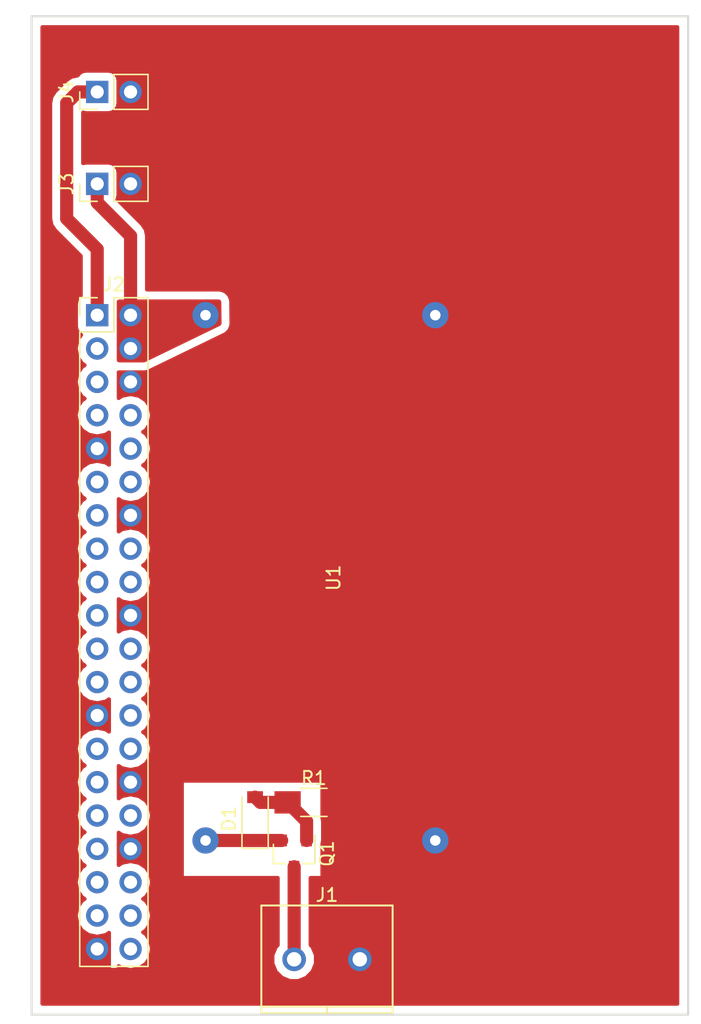
<source format=kicad_pcb>
(kicad_pcb (version 4) (host pcbnew 4.0.7)

  (general
    (links 23)
    (no_connects 1)
    (area 63.8 38 117.000001 116.000001)
    (thickness 1.6)
    (drawings 6)
    (tracks 15)
    (zones 0)
    (modules 8)
    (nets 35)
  )

  (page A)
  (title_block
    (title "Tinker Board Power Supply Shield")
    (company "Perry Leumas")
  )

  (layers
    (0 F.Cu signal)
    (31 B.Cu signal)
    (32 B.Adhes user)
    (33 F.Adhes user)
    (34 B.Paste user)
    (35 F.Paste user)
    (36 B.SilkS user)
    (37 F.SilkS user)
    (38 B.Mask user)
    (39 F.Mask user)
    (40 Dwgs.User user)
    (41 Cmts.User user)
    (42 Eco1.User user)
    (43 Eco2.User user)
    (44 Edge.Cuts user)
    (45 Margin user)
    (46 B.CrtYd user)
    (47 F.CrtYd user)
    (48 B.Fab user)
    (49 F.Fab user)
  )

  (setup
    (last_trace_width 0.25)
    (user_trace_width 0.75)
    (user_trace_width 1)
    (user_trace_width 1.25)
    (user_trace_width 2)
    (user_trace_width 2.5)
    (trace_clearance 0.2)
    (zone_clearance 0.6)
    (zone_45_only yes)
    (trace_min 0.2)
    (segment_width 0.2)
    (edge_width 0.15)
    (via_size 0.6)
    (via_drill 0.4)
    (via_min_size 0.4)
    (via_min_drill 0.3)
    (uvia_size 0.3)
    (uvia_drill 0.1)
    (uvias_allowed no)
    (uvia_min_size 0.2)
    (uvia_min_drill 0.1)
    (pcb_text_width 0.3)
    (pcb_text_size 1.5 1.5)
    (mod_edge_width 0.15)
    (mod_text_size 1 1)
    (mod_text_width 0.15)
    (pad_size 1.524 1.524)
    (pad_drill 0.762)
    (pad_to_mask_clearance 0.2)
    (aux_axis_origin 0 0)
    (visible_elements 7FFFFFFF)
    (pcbplotparams
      (layerselection 0x00030_80000001)
      (usegerberextensions false)
      (excludeedgelayer true)
      (linewidth 0.100000)
      (plotframeref false)
      (viasonmask false)
      (mode 1)
      (useauxorigin false)
      (hpglpennumber 1)
      (hpglpenspeed 20)
      (hpglpendiameter 15)
      (hpglpenoverlay 2)
      (psnegative false)
      (psa4output false)
      (plotreference true)
      (plotvalue true)
      (plotinvisibletext false)
      (padsonsilk false)
      (subtractmaskfromsilk false)
      (outputformat 1)
      (mirror false)
      (drillshape 1)
      (scaleselection 1)
      (outputdirectory images/))
  )

  (net 0 "")
  (net 1 VCC)
  (net 2 "Net-(D1-Pad2)")
  (net 3 "Net-(J1-Pad1)")
  (net 4 GND)
  (net 5 +3V3)
  (net 6 +5V)
  (net 7 "Net-(J2-Pad3)")
  (net 8 "Net-(J2-Pad5)")
  (net 9 "Net-(J2-Pad7)")
  (net 10 "Net-(J2-Pad8)")
  (net 11 "Net-(J2-Pad10)")
  (net 12 "Net-(J2-Pad11)")
  (net 13 "Net-(J2-Pad12)")
  (net 14 "Net-(J2-Pad13)")
  (net 15 "Net-(J2-Pad15)")
  (net 16 "Net-(J2-Pad16)")
  (net 17 "Net-(J2-Pad18)")
  (net 18 "Net-(J2-Pad19)")
  (net 19 "Net-(J2-Pad21)")
  (net 20 "Net-(J2-Pad22)")
  (net 21 "Net-(J2-Pad23)")
  (net 22 "Net-(J2-Pad24)")
  (net 23 "Net-(J2-Pad26)")
  (net 24 "Net-(J2-Pad27)")
  (net 25 "Net-(J2-Pad28)")
  (net 26 "Net-(J2-Pad29)")
  (net 27 "Net-(J2-Pad31)")
  (net 28 "Net-(J2-Pad32)")
  (net 29 "Net-(J2-Pad33)")
  (net 30 "Net-(J2-Pad35)")
  (net 31 "Net-(J2-Pad36)")
  (net 32 "Net-(J2-Pad37)")
  (net 33 "Net-(J2-Pad38)")
  (net 34 "Net-(J2-Pad40)")

  (net_class Default "This is the default net class."
    (clearance 0.2)
    (trace_width 0.25)
    (via_dia 0.6)
    (via_drill 0.4)
    (uvia_dia 0.3)
    (uvia_drill 0.1)
    (add_net +3V3)
    (add_net +5V)
    (add_net GND)
    (add_net "Net-(D1-Pad2)")
    (add_net "Net-(J1-Pad1)")
    (add_net "Net-(J2-Pad10)")
    (add_net "Net-(J2-Pad11)")
    (add_net "Net-(J2-Pad12)")
    (add_net "Net-(J2-Pad13)")
    (add_net "Net-(J2-Pad15)")
    (add_net "Net-(J2-Pad16)")
    (add_net "Net-(J2-Pad18)")
    (add_net "Net-(J2-Pad19)")
    (add_net "Net-(J2-Pad21)")
    (add_net "Net-(J2-Pad22)")
    (add_net "Net-(J2-Pad23)")
    (add_net "Net-(J2-Pad24)")
    (add_net "Net-(J2-Pad26)")
    (add_net "Net-(J2-Pad27)")
    (add_net "Net-(J2-Pad28)")
    (add_net "Net-(J2-Pad29)")
    (add_net "Net-(J2-Pad3)")
    (add_net "Net-(J2-Pad31)")
    (add_net "Net-(J2-Pad32)")
    (add_net "Net-(J2-Pad33)")
    (add_net "Net-(J2-Pad35)")
    (add_net "Net-(J2-Pad36)")
    (add_net "Net-(J2-Pad37)")
    (add_net "Net-(J2-Pad38)")
    (add_net "Net-(J2-Pad40)")
    (add_net "Net-(J2-Pad5)")
    (add_net "Net-(J2-Pad7)")
    (add_net "Net-(J2-Pad8)")
    (add_net VCC)
  )

  (module Diodes_SMD:D_SOD-123 (layer F.Cu) (tedit 58645DC7) (tstamp 5ADEC9E5)
    (at 83.025 100.35 90)
    (descr SOD-123)
    (tags SOD-123)
    (path /5ADE6F30)
    (attr smd)
    (fp_text reference D1 (at 0 -2 90) (layer F.SilkS)
      (effects (font (size 1 1) (thickness 0.15)))
    )
    (fp_text value 15V (at 0 2.1 90) (layer F.Fab)
      (effects (font (size 1 1) (thickness 0.15)))
    )
    (fp_text user %R (at 0 -2 90) (layer F.Fab)
      (effects (font (size 1 1) (thickness 0.15)))
    )
    (fp_line (start -2.25 -1) (end -2.25 1) (layer F.SilkS) (width 0.12))
    (fp_line (start 0.25 0) (end 0.75 0) (layer F.Fab) (width 0.1))
    (fp_line (start 0.25 0.4) (end -0.35 0) (layer F.Fab) (width 0.1))
    (fp_line (start 0.25 -0.4) (end 0.25 0.4) (layer F.Fab) (width 0.1))
    (fp_line (start -0.35 0) (end 0.25 -0.4) (layer F.Fab) (width 0.1))
    (fp_line (start -0.35 0) (end -0.35 0.55) (layer F.Fab) (width 0.1))
    (fp_line (start -0.35 0) (end -0.35 -0.55) (layer F.Fab) (width 0.1))
    (fp_line (start -0.75 0) (end -0.35 0) (layer F.Fab) (width 0.1))
    (fp_line (start -1.4 0.9) (end -1.4 -0.9) (layer F.Fab) (width 0.1))
    (fp_line (start 1.4 0.9) (end -1.4 0.9) (layer F.Fab) (width 0.1))
    (fp_line (start 1.4 -0.9) (end 1.4 0.9) (layer F.Fab) (width 0.1))
    (fp_line (start -1.4 -0.9) (end 1.4 -0.9) (layer F.Fab) (width 0.1))
    (fp_line (start -2.35 -1.15) (end 2.35 -1.15) (layer F.CrtYd) (width 0.05))
    (fp_line (start 2.35 -1.15) (end 2.35 1.15) (layer F.CrtYd) (width 0.05))
    (fp_line (start 2.35 1.15) (end -2.35 1.15) (layer F.CrtYd) (width 0.05))
    (fp_line (start -2.35 -1.15) (end -2.35 1.15) (layer F.CrtYd) (width 0.05))
    (fp_line (start -2.25 1) (end 1.65 1) (layer F.SilkS) (width 0.12))
    (fp_line (start -2.25 -1) (end 1.65 -1) (layer F.SilkS) (width 0.12))
    (pad 1 smd rect (at -1.65 0 90) (size 0.9 1.2) (layers F.Cu F.Paste F.Mask)
      (net 1 VCC))
    (pad 2 smd rect (at 1.65 0 90) (size 0.9 1.2) (layers F.Cu F.Paste F.Mask)
      (net 2 "Net-(D1-Pad2)"))
    (model ${KISYS3DMOD}/Diodes_SMD.3dshapes/D_SOD-123.wrl
      (at (xyz 0 0 0))
      (scale (xyz 1 1 1))
      (rotate (xyz 0 0 0))
    )
  )

  (module TerminalBlock_TE:TerminalBlock_TE_282836-2_1x2_P5.00mm_Horizontal (layer F.Cu) (tedit 5A8EF6BE) (tstamp 5ADEC9EB)
    (at 86 111.05)
    (path /5ADE6B58)
    (fp_text reference J1 (at 2.5 -4.9) (layer F.SilkS)
      (effects (font (size 1 1) (thickness 0.15)))
    )
    (fp_text value PWR (at 2.5 -3.6) (layer F.Fab)
      (effects (font (size 0.5 0.5) (thickness 0.125)))
    )
    (fp_line (start -2.5 3.6) (end -3.1 3.8) (layer F.Fab) (width 0.15))
    (fp_line (start -3.1 3.8) (end -3.1 2.9) (layer F.Fab) (width 0.15))
    (fp_line (start -3.1 2.9) (end -2.5 3.1) (layer F.Fab) (width 0.15))
    (fp_line (start -3.2 4.2) (end 7.6 4.2) (layer F.CrtYd) (width 0.15))
    (fp_line (start -3.2 -4.2) (end 7.6 -4.2) (layer F.CrtYd) (width 0.15))
    (fp_line (start -3.2 4.2) (end -3.2 -4.2) (layer F.CrtYd) (width 0.15))
    (fp_circle (center 5 0) (end 3.5 0) (layer F.Fab) (width 0.15))
    (fp_circle (center 0 0) (end 1.5 0) (layer F.Fab) (width 0.15))
    (fp_line (start -2.5 -4.1) (end 7.5 -4.1) (layer F.Fab) (width 0.15))
    (fp_line (start 7.5 -4.1) (end 7.5 4.1) (layer F.Fab) (width 0.15))
    (fp_line (start 7.5 4.1) (end -2.5 4.1) (layer F.Fab) (width 0.15))
    (fp_line (start -2.5 4.1) (end -2.5 -4.1) (layer F.Fab) (width 0.15))
    (fp_line (start 7.6 -4.2) (end 7.6 4.2) (layer F.CrtYd) (width 0.15))
    (fp_line (start 2.5 4.1) (end 2.5 3.6) (layer F.SilkS) (width 0.15))
    (fp_line (start -2.5 3.6) (end 7.5 3.6) (layer F.SilkS) (width 0.15))
    (fp_line (start -2.5 -4.1) (end 7.5 -4.1) (layer F.SilkS) (width 0.15))
    (fp_line (start 7.5 -4.1) (end 7.5 4.1) (layer F.SilkS) (width 0.15))
    (fp_line (start 7.5 4.1) (end -2.5 4.1) (layer F.SilkS) (width 0.15))
    (fp_line (start -2.5 4.1) (end -2.5 -4.1) (layer F.SilkS) (width 0.15))
    (pad 1 thru_hole circle (at 0 0) (size 1.8 1.8) (drill 1.1) (layers *.Cu *.Mask)
      (net 3 "Net-(J1-Pad1)"))
    (pad 2 thru_hole circle (at 5 0) (size 1.8 1.8) (drill 1.1) (layers *.Cu *.Mask)
      (net 4 GND))
    (model ${KIPRJMOD}/3d_models/C-282836-2.wrl
      (at (xyz 0 0 0))
      (scale (xyz 1 1 1))
      (rotate (xyz 0 0 0))
    )
  )

  (module Pin_Headers:Pin_Header_Straight_2x20_Pitch2.54mm (layer F.Cu) (tedit 59650533) (tstamp 5ADECA17)
    (at 71 62)
    (descr "Through hole straight pin header, 2x20, 2.54mm pitch, double rows")
    (tags "Through hole pin header THT 2x20 2.54mm double row")
    (path /5ADE6815)
    (fp_text reference J2 (at 1.27 -2.33) (layer F.SilkS)
      (effects (font (size 1 1) (thickness 0.15)))
    )
    (fp_text value "Tinker Board" (at 1.27 50.59) (layer F.Fab)
      (effects (font (size 1 1) (thickness 0.15)))
    )
    (fp_line (start 0 -1.27) (end 3.81 -1.27) (layer F.Fab) (width 0.1))
    (fp_line (start 3.81 -1.27) (end 3.81 49.53) (layer F.Fab) (width 0.1))
    (fp_line (start 3.81 49.53) (end -1.27 49.53) (layer F.Fab) (width 0.1))
    (fp_line (start -1.27 49.53) (end -1.27 0) (layer F.Fab) (width 0.1))
    (fp_line (start -1.27 0) (end 0 -1.27) (layer F.Fab) (width 0.1))
    (fp_line (start -1.33 49.59) (end 3.87 49.59) (layer F.SilkS) (width 0.12))
    (fp_line (start -1.33 1.27) (end -1.33 49.59) (layer F.SilkS) (width 0.12))
    (fp_line (start 3.87 -1.33) (end 3.87 49.59) (layer F.SilkS) (width 0.12))
    (fp_line (start -1.33 1.27) (end 1.27 1.27) (layer F.SilkS) (width 0.12))
    (fp_line (start 1.27 1.27) (end 1.27 -1.33) (layer F.SilkS) (width 0.12))
    (fp_line (start 1.27 -1.33) (end 3.87 -1.33) (layer F.SilkS) (width 0.12))
    (fp_line (start -1.33 0) (end -1.33 -1.33) (layer F.SilkS) (width 0.12))
    (fp_line (start -1.33 -1.33) (end 0 -1.33) (layer F.SilkS) (width 0.12))
    (fp_line (start -1.8 -1.8) (end -1.8 50.05) (layer F.CrtYd) (width 0.05))
    (fp_line (start -1.8 50.05) (end 4.35 50.05) (layer F.CrtYd) (width 0.05))
    (fp_line (start 4.35 50.05) (end 4.35 -1.8) (layer F.CrtYd) (width 0.05))
    (fp_line (start 4.35 -1.8) (end -1.8 -1.8) (layer F.CrtYd) (width 0.05))
    (fp_text user %R (at 1.27 24.13 90) (layer F.Fab)
      (effects (font (size 1 1) (thickness 0.15)))
    )
    (pad 1 thru_hole rect (at 0 0) (size 1.7 1.7) (drill 1) (layers *.Cu *.Mask)
      (net 5 +3V3))
    (pad 2 thru_hole oval (at 2.54 0) (size 1.7 1.7) (drill 1) (layers *.Cu *.Mask)
      (net 6 +5V))
    (pad 3 thru_hole oval (at 0 2.54) (size 1.7 1.7) (drill 1) (layers *.Cu *.Mask)
      (net 7 "Net-(J2-Pad3)"))
    (pad 4 thru_hole oval (at 2.54 2.54) (size 1.7 1.7) (drill 1) (layers *.Cu *.Mask)
      (net 6 +5V))
    (pad 5 thru_hole oval (at 0 5.08) (size 1.7 1.7) (drill 1) (layers *.Cu *.Mask)
      (net 8 "Net-(J2-Pad5)"))
    (pad 6 thru_hole oval (at 2.54 5.08) (size 1.7 1.7) (drill 1) (layers *.Cu *.Mask)
      (net 4 GND))
    (pad 7 thru_hole oval (at 0 7.62) (size 1.7 1.7) (drill 1) (layers *.Cu *.Mask)
      (net 9 "Net-(J2-Pad7)"))
    (pad 8 thru_hole oval (at 2.54 7.62) (size 1.7 1.7) (drill 1) (layers *.Cu *.Mask)
      (net 10 "Net-(J2-Pad8)"))
    (pad 9 thru_hole oval (at 0 10.16) (size 1.7 1.7) (drill 1) (layers *.Cu *.Mask)
      (net 4 GND))
    (pad 10 thru_hole oval (at 2.54 10.16) (size 1.7 1.7) (drill 1) (layers *.Cu *.Mask)
      (net 11 "Net-(J2-Pad10)"))
    (pad 11 thru_hole oval (at 0 12.7) (size 1.7 1.7) (drill 1) (layers *.Cu *.Mask)
      (net 12 "Net-(J2-Pad11)"))
    (pad 12 thru_hole oval (at 2.54 12.7) (size 1.7 1.7) (drill 1) (layers *.Cu *.Mask)
      (net 13 "Net-(J2-Pad12)"))
    (pad 13 thru_hole oval (at 0 15.24) (size 1.7 1.7) (drill 1) (layers *.Cu *.Mask)
      (net 14 "Net-(J2-Pad13)"))
    (pad 14 thru_hole oval (at 2.54 15.24) (size 1.7 1.7) (drill 1) (layers *.Cu *.Mask)
      (net 4 GND))
    (pad 15 thru_hole oval (at 0 17.78) (size 1.7 1.7) (drill 1) (layers *.Cu *.Mask)
      (net 15 "Net-(J2-Pad15)"))
    (pad 16 thru_hole oval (at 2.54 17.78) (size 1.7 1.7) (drill 1) (layers *.Cu *.Mask)
      (net 16 "Net-(J2-Pad16)"))
    (pad 17 thru_hole oval (at 0 20.32) (size 1.7 1.7) (drill 1) (layers *.Cu *.Mask)
      (net 5 +3V3))
    (pad 18 thru_hole oval (at 2.54 20.32) (size 1.7 1.7) (drill 1) (layers *.Cu *.Mask)
      (net 17 "Net-(J2-Pad18)"))
    (pad 19 thru_hole oval (at 0 22.86) (size 1.7 1.7) (drill 1) (layers *.Cu *.Mask)
      (net 18 "Net-(J2-Pad19)"))
    (pad 20 thru_hole oval (at 2.54 22.86) (size 1.7 1.7) (drill 1) (layers *.Cu *.Mask)
      (net 4 GND))
    (pad 21 thru_hole oval (at 0 25.4) (size 1.7 1.7) (drill 1) (layers *.Cu *.Mask)
      (net 19 "Net-(J2-Pad21)"))
    (pad 22 thru_hole oval (at 2.54 25.4) (size 1.7 1.7) (drill 1) (layers *.Cu *.Mask)
      (net 20 "Net-(J2-Pad22)"))
    (pad 23 thru_hole oval (at 0 27.94) (size 1.7 1.7) (drill 1) (layers *.Cu *.Mask)
      (net 21 "Net-(J2-Pad23)"))
    (pad 24 thru_hole oval (at 2.54 27.94) (size 1.7 1.7) (drill 1) (layers *.Cu *.Mask)
      (net 22 "Net-(J2-Pad24)"))
    (pad 25 thru_hole oval (at 0 30.48) (size 1.7 1.7) (drill 1) (layers *.Cu *.Mask)
      (net 4 GND))
    (pad 26 thru_hole oval (at 2.54 30.48) (size 1.7 1.7) (drill 1) (layers *.Cu *.Mask)
      (net 23 "Net-(J2-Pad26)"))
    (pad 27 thru_hole oval (at 0 33.02) (size 1.7 1.7) (drill 1) (layers *.Cu *.Mask)
      (net 24 "Net-(J2-Pad27)"))
    (pad 28 thru_hole oval (at 2.54 33.02) (size 1.7 1.7) (drill 1) (layers *.Cu *.Mask)
      (net 25 "Net-(J2-Pad28)"))
    (pad 29 thru_hole oval (at 0 35.56) (size 1.7 1.7) (drill 1) (layers *.Cu *.Mask)
      (net 26 "Net-(J2-Pad29)"))
    (pad 30 thru_hole oval (at 2.54 35.56) (size 1.7 1.7) (drill 1) (layers *.Cu *.Mask)
      (net 4 GND))
    (pad 31 thru_hole oval (at 0 38.1) (size 1.7 1.7) (drill 1) (layers *.Cu *.Mask)
      (net 27 "Net-(J2-Pad31)"))
    (pad 32 thru_hole oval (at 2.54 38.1) (size 1.7 1.7) (drill 1) (layers *.Cu *.Mask)
      (net 28 "Net-(J2-Pad32)"))
    (pad 33 thru_hole oval (at 0 40.64) (size 1.7 1.7) (drill 1) (layers *.Cu *.Mask)
      (net 29 "Net-(J2-Pad33)"))
    (pad 34 thru_hole oval (at 2.54 40.64) (size 1.7 1.7) (drill 1) (layers *.Cu *.Mask)
      (net 4 GND))
    (pad 35 thru_hole oval (at 0 43.18) (size 1.7 1.7) (drill 1) (layers *.Cu *.Mask)
      (net 30 "Net-(J2-Pad35)"))
    (pad 36 thru_hole oval (at 2.54 43.18) (size 1.7 1.7) (drill 1) (layers *.Cu *.Mask)
      (net 31 "Net-(J2-Pad36)"))
    (pad 37 thru_hole oval (at 0 45.72) (size 1.7 1.7) (drill 1) (layers *.Cu *.Mask)
      (net 32 "Net-(J2-Pad37)"))
    (pad 38 thru_hole oval (at 2.54 45.72) (size 1.7 1.7) (drill 1) (layers *.Cu *.Mask)
      (net 33 "Net-(J2-Pad38)"))
    (pad 39 thru_hole oval (at 0 48.26) (size 1.7 1.7) (drill 1) (layers *.Cu *.Mask)
      (net 4 GND))
    (pad 40 thru_hole oval (at 2.54 48.26) (size 1.7 1.7) (drill 1) (layers *.Cu *.Mask)
      (net 34 "Net-(J2-Pad40)"))
    (model ${KISYS3DMOD}/Pin_Headers.3dshapes/Pin_Header_Straight_2x20_Pitch2.54mm.wrl
      (at (xyz 0 0 0))
      (scale (xyz 1 1 1))
      (rotate (xyz 0 0 0))
    )
  )

  (module Pin_Headers:Pin_Header_Straight_1x02_Pitch2.54mm (layer F.Cu) (tedit 59650532) (tstamp 5ADECA1D)
    (at 71 52 90)
    (descr "Through hole straight pin header, 1x02, 2.54mm pitch, single row")
    (tags "Through hole pin header THT 1x02 2.54mm single row")
    (path /5ADE82A9)
    (fp_text reference J3 (at 0 -2.33 90) (layer F.SilkS)
      (effects (font (size 1 1) (thickness 0.15)))
    )
    (fp_text value FAN_H (at 0 4.87 90) (layer F.Fab)
      (effects (font (size 1 1) (thickness 0.15)))
    )
    (fp_line (start -0.635 -1.27) (end 1.27 -1.27) (layer F.Fab) (width 0.1))
    (fp_line (start 1.27 -1.27) (end 1.27 3.81) (layer F.Fab) (width 0.1))
    (fp_line (start 1.27 3.81) (end -1.27 3.81) (layer F.Fab) (width 0.1))
    (fp_line (start -1.27 3.81) (end -1.27 -0.635) (layer F.Fab) (width 0.1))
    (fp_line (start -1.27 -0.635) (end -0.635 -1.27) (layer F.Fab) (width 0.1))
    (fp_line (start -1.33 3.87) (end 1.33 3.87) (layer F.SilkS) (width 0.12))
    (fp_line (start -1.33 1.27) (end -1.33 3.87) (layer F.SilkS) (width 0.12))
    (fp_line (start 1.33 1.27) (end 1.33 3.87) (layer F.SilkS) (width 0.12))
    (fp_line (start -1.33 1.27) (end 1.33 1.27) (layer F.SilkS) (width 0.12))
    (fp_line (start -1.33 0) (end -1.33 -1.33) (layer F.SilkS) (width 0.12))
    (fp_line (start -1.33 -1.33) (end 0 -1.33) (layer F.SilkS) (width 0.12))
    (fp_line (start -1.8 -1.8) (end -1.8 4.35) (layer F.CrtYd) (width 0.05))
    (fp_line (start -1.8 4.35) (end 1.8 4.35) (layer F.CrtYd) (width 0.05))
    (fp_line (start 1.8 4.35) (end 1.8 -1.8) (layer F.CrtYd) (width 0.05))
    (fp_line (start 1.8 -1.8) (end -1.8 -1.8) (layer F.CrtYd) (width 0.05))
    (fp_text user %R (at 0 1.27 180) (layer F.Fab)
      (effects (font (size 1 1) (thickness 0.15)))
    )
    (pad 1 thru_hole rect (at 0 0 90) (size 1.7 1.7) (drill 1) (layers *.Cu *.Mask)
      (net 6 +5V))
    (pad 2 thru_hole oval (at 0 2.54 90) (size 1.7 1.7) (drill 1) (layers *.Cu *.Mask)
      (net 4 GND))
    (model ${KISYS3DMOD}/Pin_Headers.3dshapes/Pin_Header_Straight_1x02_Pitch2.54mm.wrl
      (at (xyz 0 0 0))
      (scale (xyz 1 1 1))
      (rotate (xyz 0 0 0))
    )
  )

  (module Pin_Headers:Pin_Header_Straight_1x02_Pitch2.54mm (layer F.Cu) (tedit 59650532) (tstamp 5ADECA23)
    (at 71 45 90)
    (descr "Through hole straight pin header, 1x02, 2.54mm pitch, single row")
    (tags "Through hole pin header THT 1x02 2.54mm single row")
    (path /5ADE8273)
    (fp_text reference J4 (at 0 -2.33 90) (layer F.SilkS)
      (effects (font (size 1 1) (thickness 0.15)))
    )
    (fp_text value FAN_L (at 0 4.87 90) (layer F.Fab)
      (effects (font (size 1 1) (thickness 0.15)))
    )
    (fp_line (start -0.635 -1.27) (end 1.27 -1.27) (layer F.Fab) (width 0.1))
    (fp_line (start 1.27 -1.27) (end 1.27 3.81) (layer F.Fab) (width 0.1))
    (fp_line (start 1.27 3.81) (end -1.27 3.81) (layer F.Fab) (width 0.1))
    (fp_line (start -1.27 3.81) (end -1.27 -0.635) (layer F.Fab) (width 0.1))
    (fp_line (start -1.27 -0.635) (end -0.635 -1.27) (layer F.Fab) (width 0.1))
    (fp_line (start -1.33 3.87) (end 1.33 3.87) (layer F.SilkS) (width 0.12))
    (fp_line (start -1.33 1.27) (end -1.33 3.87) (layer F.SilkS) (width 0.12))
    (fp_line (start 1.33 1.27) (end 1.33 3.87) (layer F.SilkS) (width 0.12))
    (fp_line (start -1.33 1.27) (end 1.33 1.27) (layer F.SilkS) (width 0.12))
    (fp_line (start -1.33 0) (end -1.33 -1.33) (layer F.SilkS) (width 0.12))
    (fp_line (start -1.33 -1.33) (end 0 -1.33) (layer F.SilkS) (width 0.12))
    (fp_line (start -1.8 -1.8) (end -1.8 4.35) (layer F.CrtYd) (width 0.05))
    (fp_line (start -1.8 4.35) (end 1.8 4.35) (layer F.CrtYd) (width 0.05))
    (fp_line (start 1.8 4.35) (end 1.8 -1.8) (layer F.CrtYd) (width 0.05))
    (fp_line (start 1.8 -1.8) (end -1.8 -1.8) (layer F.CrtYd) (width 0.05))
    (fp_text user %R (at 0 1.27 180) (layer F.Fab)
      (effects (font (size 1 1) (thickness 0.15)))
    )
    (pad 1 thru_hole rect (at 0 0 90) (size 1.7 1.7) (drill 1) (layers *.Cu *.Mask)
      (net 5 +3V3))
    (pad 2 thru_hole oval (at 0 2.54 90) (size 1.7 1.7) (drill 1) (layers *.Cu *.Mask)
      (net 4 GND))
    (model ${KISYS3DMOD}/Pin_Headers.3dshapes/Pin_Header_Straight_1x02_Pitch2.54mm.wrl
      (at (xyz 0 0 0))
      (scale (xyz 1 1 1))
      (rotate (xyz 0 0 0))
    )
  )

  (module TO_SOT_Packages_SMD:SOT-23 (layer F.Cu) (tedit 58CE4E7E) (tstamp 5ADECA38)
    (at 86 103 270)
    (descr "SOT-23, Standard")
    (tags SOT-23)
    (path /5ADE6CF6)
    (attr smd)
    (fp_text reference Q1 (at 0 -2.5 270) (layer F.SilkS)
      (effects (font (size 1 1) (thickness 0.15)))
    )
    (fp_text value DMP3099l-7 (at 0 2.5 270) (layer F.Fab)
      (effects (font (size 1 1) (thickness 0.15)))
    )
    (fp_text user %R (at 0 0 360) (layer F.Fab)
      (effects (font (size 0.5 0.5) (thickness 0.075)))
    )
    (fp_line (start -0.7 -0.95) (end -0.7 1.5) (layer F.Fab) (width 0.1))
    (fp_line (start -0.15 -1.52) (end 0.7 -1.52) (layer F.Fab) (width 0.1))
    (fp_line (start -0.7 -0.95) (end -0.15 -1.52) (layer F.Fab) (width 0.1))
    (fp_line (start 0.7 -1.52) (end 0.7 1.52) (layer F.Fab) (width 0.1))
    (fp_line (start -0.7 1.52) (end 0.7 1.52) (layer F.Fab) (width 0.1))
    (fp_line (start 0.76 1.58) (end 0.76 0.65) (layer F.SilkS) (width 0.12))
    (fp_line (start 0.76 -1.58) (end 0.76 -0.65) (layer F.SilkS) (width 0.12))
    (fp_line (start -1.7 -1.75) (end 1.7 -1.75) (layer F.CrtYd) (width 0.05))
    (fp_line (start 1.7 -1.75) (end 1.7 1.75) (layer F.CrtYd) (width 0.05))
    (fp_line (start 1.7 1.75) (end -1.7 1.75) (layer F.CrtYd) (width 0.05))
    (fp_line (start -1.7 1.75) (end -1.7 -1.75) (layer F.CrtYd) (width 0.05))
    (fp_line (start 0.76 -1.58) (end -1.4 -1.58) (layer F.SilkS) (width 0.12))
    (fp_line (start 0.76 1.58) (end -0.7 1.58) (layer F.SilkS) (width 0.12))
    (pad 1 smd rect (at -1 -0.95 270) (size 0.9 0.8) (layers F.Cu F.Paste F.Mask)
      (net 2 "Net-(D1-Pad2)"))
    (pad 2 smd rect (at -1 0.95 270) (size 0.9 0.8) (layers F.Cu F.Paste F.Mask)
      (net 1 VCC))
    (pad 3 smd rect (at 1 0 270) (size 0.9 0.8) (layers F.Cu F.Paste F.Mask)
      (net 3 "Net-(J1-Pad1)"))
    (model ${KISYS3DMOD}/TO_SOT_Packages_SMD.3dshapes/SOT-23.wrl
      (at (xyz 0 0 0))
      (scale (xyz 1 1 1))
      (rotate (xyz 0 0 0))
    )
  )

  (module Resistors_SMD:R_1206_HandSoldering (layer F.Cu) (tedit 58E0A804) (tstamp 5ADECA3E)
    (at 87.5 99.1)
    (descr "Resistor SMD 1206, hand soldering")
    (tags "resistor 1206")
    (path /5ADE6F0B)
    (attr smd)
    (fp_text reference R1 (at 0 -1.85) (layer F.SilkS)
      (effects (font (size 1 1) (thickness 0.15)))
    )
    (fp_text value 100k (at 0 1.9) (layer F.Fab)
      (effects (font (size 1 1) (thickness 0.15)))
    )
    (fp_text user %R (at 0 0) (layer F.Fab)
      (effects (font (size 0.7 0.7) (thickness 0.105)))
    )
    (fp_line (start -1.6 0.8) (end -1.6 -0.8) (layer F.Fab) (width 0.1))
    (fp_line (start 1.6 0.8) (end -1.6 0.8) (layer F.Fab) (width 0.1))
    (fp_line (start 1.6 -0.8) (end 1.6 0.8) (layer F.Fab) (width 0.1))
    (fp_line (start -1.6 -0.8) (end 1.6 -0.8) (layer F.Fab) (width 0.1))
    (fp_line (start 1 1.07) (end -1 1.07) (layer F.SilkS) (width 0.12))
    (fp_line (start -1 -1.07) (end 1 -1.07) (layer F.SilkS) (width 0.12))
    (fp_line (start -3.25 -1.11) (end 3.25 -1.11) (layer F.CrtYd) (width 0.05))
    (fp_line (start -3.25 -1.11) (end -3.25 1.1) (layer F.CrtYd) (width 0.05))
    (fp_line (start 3.25 1.1) (end 3.25 -1.11) (layer F.CrtYd) (width 0.05))
    (fp_line (start 3.25 1.1) (end -3.25 1.1) (layer F.CrtYd) (width 0.05))
    (pad 1 smd rect (at -2 0) (size 2 1.7) (layers F.Cu F.Paste F.Mask)
      (net 2 "Net-(D1-Pad2)"))
    (pad 2 smd rect (at 2 0) (size 2 1.7) (layers F.Cu F.Paste F.Mask)
      (net 4 GND))
    (model ${KISYS3DMOD}/Resistors_SMD.3dshapes/R_1206.wrl
      (at (xyz 0 0 0))
      (scale (xyz 1 1 1))
      (rotate (xyz 0 0 0))
    )
  )

  (module LM2596_DCDC_Module:LM2596_DCDC_Module (layer F.Cu) (tedit 5ADE8B0D) (tstamp 5ADECA4A)
    (at 88 82 90)
    (path /5ADE7988)
    (fp_text reference U1 (at 0 1 90) (layer F.SilkS)
      (effects (font (size 1 1) (thickness 0.15)))
    )
    (fp_text value LM2596_DCDC_Module (at 0 -1 90) (layer F.Fab)
      (effects (font (size 1 1) (thickness 0.15)))
    )
    (fp_line (start -21.75 10.65) (end -21.75 -10.65) (layer F.CrtYd) (width 0.15))
    (fp_line (start -21.75 -10.65) (end 21.75 -10.65) (layer F.CrtYd) (width 0.15))
    (fp_line (start 21.75 -10.65) (end 21.75 10.65) (layer F.CrtYd) (width 0.15))
    (fp_line (start 21.75 10.65) (end -21.75 10.65) (layer F.CrtYd) (width 0.15))
    (pad 1 thru_hole circle (at -20 -8.75 90) (size 2 2) (drill 0.8) (layers *.Cu *.Mask)
      (net 1 VCC))
    (pad 2 thru_hole circle (at -20 8.75 90) (size 2 2) (drill 0.8) (layers *.Cu *.Mask)
      (net 4 GND))
    (pad 3 thru_hole circle (at 20 8.75 90) (size 2 2) (drill 0.8) (layers *.Cu *.Mask)
      (net 4 GND))
    (pad 4 thru_hole circle (at 20 -8.75 90) (size 2 2) (drill 0.8) (layers *.Cu *.Mask)
      (net 6 +5V))
  )

  (gr_line (start 116.01 115.26) (end 66 115.26) (angle 90) (layer Edge.Cuts) (width 0.15))
  (gr_line (start 116.01 39.24) (end 116.01 115.26) (angle 90) (layer Edge.Cuts) (width 0.15))
  (gr_line (start 66 39.24) (end 116.01 39.24) (angle 90) (layer Edge.Cuts) (width 0.15))
  (gr_line (start 66 115.26) (end 66 39.24) (angle 90) (layer Edge.Cuts) (width 0.15))
  (gr_text "MAX BOARD EDGE" (at 65 85 90) (layer Dwgs.User)
    (effects (font (size 1.5 1.5) (thickness 0.3)))
  )
  (gr_line (start 66 62) (end 66 110) (angle 90) (layer Dwgs.User) (width 0.2))

  (segment (start 83.025 102) (end 79.25 102) (width 1) (layer F.Cu) (net 1) (status 30))
  (segment (start 85.05 102) (end 83.025 102) (width 1) (layer F.Cu) (net 1) (status 30))
  (segment (start 85.5 99.1) (end 83.425 99.1) (width 1) (layer F.Cu) (net 2) (status 30))
  (segment (start 83.425 99.1) (end 83.025 98.7) (width 1) (layer F.Cu) (net 2) (tstamp 5ADECCFE) (status 30))
  (segment (start 86.95 102) (end 86.95 100.55) (width 1) (layer F.Cu) (net 2) (status 10))
  (segment (start 86.95 100.55) (end 85.5 99.1) (width 1) (layer F.Cu) (net 2) (tstamp 5ADECCFB) (status 20))
  (segment (start 86 111.05) (end 86 104) (width 1) (layer F.Cu) (net 3) (status 30))
  (segment (start 71 62) (end 71 56.975) (width 1) (layer F.Cu) (net 5) (status 10))
  (segment (start 69.525 45) (end 71 45) (width 1) (layer F.Cu) (net 5) (tstamp 5ADECD27) (status 20))
  (segment (start 68.675 45.85) (end 69.525 45) (width 1) (layer F.Cu) (net 5) (tstamp 5ADECD26))
  (segment (start 68.675 54.65) (end 68.675 45.85) (width 1) (layer F.Cu) (net 5) (tstamp 5ADECD25))
  (segment (start 71 56.975) (end 68.675 54.65) (width 1) (layer F.Cu) (net 5) (tstamp 5ADECD24))
  (segment (start 71 52) (end 71 53.425) (width 1) (layer F.Cu) (net 6) (status 10))
  (segment (start 71 53.425) (end 73.54 55.965) (width 1) (layer F.Cu) (net 6) (tstamp 5ADECD37))
  (segment (start 73.54 62) (end 73.54 55.965) (width 1) (layer F.Cu) (net 6) (status 10))

  (zone (net 6) (net_name +5V) (layer F.Cu) (tstamp 5ADECD01) (hatch edge 0.508)
    (priority 1)
    (connect_pads yes (clearance 0.508))
    (min_thickness 0.254)
    (fill yes (arc_segments 16) (thermal_gap 0.508) (thermal_bridge_width 0.508) (smoothing fillet) (radius 0.2))
    (polygon
      (pts
        (xy 80.45 60.8) (xy 72.475 60.8) (xy 72.475 65.6) (xy 74.6 65.6) (xy 80.475 62.75)
      )
    )
    (filled_polygon
      (pts
        (xy 80.279338 60.934731) (xy 80.302116 60.949792) (xy 80.317467 60.972374) (xy 80.3257 61.011466) (xy 80.346227 62.612563)
        (xy 80.339447 62.65072) (xy 80.325516 62.673282) (xy 80.294438 62.696436) (xy 74.592369 65.462547) (xy 74.570211 65.470354)
        (xy 74.546876 65.473) (xy 72.687509 65.473) (xy 72.648016 65.465144) (xy 72.625141 65.449859) (xy 72.612 65.430193)
        (xy 72.612 60.969807) (xy 72.625141 60.950141) (xy 72.648016 60.934856) (xy 72.687509 60.927) (xy 80.240143 60.927)
      )
    )
  )
  (zone (net 4) (net_name GND) (layer F.Cu) (tstamp 5ADECD44) (hatch edge 0.508)
    (connect_pads yes (clearance 0.6))
    (min_thickness 0.3)
    (fill yes (arc_segments 16) (thermal_gap 0.508) (thermal_bridge_width 0.508))
    (polygon
      (pts
        (xy 117 116) (xy 65 116) (xy 65 38) (xy 117 38)
      )
    )
    (filled_polygon
      (pts
        (xy 115.185 114.435) (xy 66.825 114.435) (xy 66.825 45.85) (xy 67.425 45.85) (xy 67.425 54.65)
        (xy 67.510755 55.081116) (xy 67.520151 55.128354) (xy 67.791117 55.533883) (xy 69.75 57.492767) (xy 69.75 60.516152)
        (xy 69.616802 60.601862) (xy 69.445554 60.852492) (xy 69.385307 61.15) (xy 69.385307 62.85) (xy 69.437604 63.127933)
        (xy 69.601862 63.383198) (xy 69.775158 63.501606) (xy 69.490447 63.927707) (xy 69.368654 64.54) (xy 69.490447 65.152293)
        (xy 69.837283 65.671371) (xy 70.044756 65.81) (xy 69.837283 65.948629) (xy 69.490447 66.467707) (xy 69.368654 67.08)
        (xy 69.490447 67.692293) (xy 69.837283 68.211371) (xy 70.044756 68.35) (xy 69.837283 68.488629) (xy 69.490447 69.007707)
        (xy 69.368654 69.62) (xy 69.490447 70.232293) (xy 69.837283 70.751371) (xy 70.356361 71.098207) (xy 70.968654 71.22)
        (xy 71.031346 71.22) (xy 71.643639 71.098207) (xy 71.9 70.926912) (xy 71.9 73.393088) (xy 71.643639 73.221793)
        (xy 71.031346 73.1) (xy 70.968654 73.1) (xy 70.356361 73.221793) (xy 69.837283 73.568629) (xy 69.490447 74.087707)
        (xy 69.368654 74.7) (xy 69.490447 75.312293) (xy 69.837283 75.831371) (xy 70.044756 75.97) (xy 69.837283 76.108629)
        (xy 69.490447 76.627707) (xy 69.368654 77.24) (xy 69.490447 77.852293) (xy 69.837283 78.371371) (xy 70.044756 78.51)
        (xy 69.837283 78.648629) (xy 69.490447 79.167707) (xy 69.368654 79.78) (xy 69.490447 80.392293) (xy 69.837283 80.911371)
        (xy 70.044756 81.05) (xy 69.837283 81.188629) (xy 69.490447 81.707707) (xy 69.368654 82.32) (xy 69.490447 82.932293)
        (xy 69.837283 83.451371) (xy 70.044756 83.59) (xy 69.837283 83.728629) (xy 69.490447 84.247707) (xy 69.368654 84.86)
        (xy 69.490447 85.472293) (xy 69.837283 85.991371) (xy 70.044756 86.13) (xy 69.837283 86.268629) (xy 69.490447 86.787707)
        (xy 69.368654 87.4) (xy 69.490447 88.012293) (xy 69.837283 88.531371) (xy 70.044756 88.67) (xy 69.837283 88.808629)
        (xy 69.490447 89.327707) (xy 69.368654 89.94) (xy 69.490447 90.552293) (xy 69.837283 91.071371) (xy 70.356361 91.418207)
        (xy 70.968654 91.54) (xy 71.031346 91.54) (xy 71.643639 91.418207) (xy 71.9 91.246912) (xy 71.9 93.713088)
        (xy 71.643639 93.541793) (xy 71.031346 93.42) (xy 70.968654 93.42) (xy 70.356361 93.541793) (xy 69.837283 93.888629)
        (xy 69.490447 94.407707) (xy 69.368654 95.02) (xy 69.490447 95.632293) (xy 69.837283 96.151371) (xy 70.044756 96.29)
        (xy 69.837283 96.428629) (xy 69.490447 96.947707) (xy 69.368654 97.56) (xy 69.490447 98.172293) (xy 69.837283 98.691371)
        (xy 70.044756 98.83) (xy 69.837283 98.968629) (xy 69.490447 99.487707) (xy 69.368654 100.1) (xy 69.490447 100.712293)
        (xy 69.837283 101.231371) (xy 70.044756 101.37) (xy 69.837283 101.508629) (xy 69.490447 102.027707) (xy 69.368654 102.64)
        (xy 69.490447 103.252293) (xy 69.837283 103.771371) (xy 70.044756 103.91) (xy 69.837283 104.048629) (xy 69.490447 104.567707)
        (xy 69.368654 105.18) (xy 69.490447 105.792293) (xy 69.837283 106.311371) (xy 70.044756 106.45) (xy 69.837283 106.588629)
        (xy 69.490447 107.107707) (xy 69.368654 107.72) (xy 69.490447 108.332293) (xy 69.837283 108.851371) (xy 70.356361 109.198207)
        (xy 70.968654 109.32) (xy 71.031346 109.32) (xy 71.643639 109.198207) (xy 71.9 109.026912) (xy 71.9 111.7)
        (xy 71.910258 111.754519) (xy 71.942479 111.804591) (xy 71.991642 111.838182) (xy 72.05 111.85) (xy 72.485 111.85)
        (xy 72.539519 111.839742) (xy 72.589591 111.807521) (xy 72.623182 111.758358) (xy 72.635 111.7) (xy 72.635 111.563572)
        (xy 72.896361 111.738207) (xy 73.508654 111.86) (xy 73.571346 111.86) (xy 74.183639 111.738207) (xy 74.702717 111.391371)
        (xy 75.049553 110.872293) (xy 75.171346 110.26) (xy 75.049553 109.647707) (xy 74.702717 109.128629) (xy 74.495244 108.99)
        (xy 74.702717 108.851371) (xy 75.049553 108.332293) (xy 75.171346 107.72) (xy 75.049553 107.107707) (xy 74.702717 106.588629)
        (xy 74.495244 106.45) (xy 74.702717 106.311371) (xy 75.049553 105.792293) (xy 75.171346 105.18) (xy 75.049553 104.567707)
        (xy 74.702717 104.048629) (xy 74.183639 103.701793) (xy 73.571346 103.58) (xy 73.508654 103.58) (xy 72.896361 103.701793)
        (xy 72.635 103.876428) (xy 72.635 101.403572) (xy 72.896361 101.578207) (xy 73.508654 101.7) (xy 73.571346 101.7)
        (xy 74.183639 101.578207) (xy 74.702717 101.231371) (xy 75.049553 100.712293) (xy 75.171346 100.1) (xy 75.049553 99.487707)
        (xy 74.702717 98.968629) (xy 74.183639 98.621793) (xy 73.571346 98.5) (xy 73.508654 98.5) (xy 72.896361 98.621793)
        (xy 72.635 98.796428) (xy 72.635 97.6) (xy 77.45 97.6) (xy 77.45 104.7) (xy 77.460258 104.754519)
        (xy 77.492479 104.804591) (xy 77.541642 104.838182) (xy 77.6 104.85) (xy 84.75 104.85) (xy 84.75 109.966402)
        (xy 84.602014 110.11413) (xy 84.350287 110.720355) (xy 84.349715 111.376765) (xy 84.600383 111.983429) (xy 85.06413 112.447986)
        (xy 85.670355 112.699713) (xy 86.326765 112.700285) (xy 86.933429 112.449617) (xy 87.397986 111.98587) (xy 87.649713 111.379645)
        (xy 87.650285 110.723235) (xy 87.399617 110.116571) (xy 87.25 109.966693) (xy 87.25 104.85) (xy 88 104.85)
        (xy 88.054519 104.839742) (xy 88.104591 104.807521) (xy 88.138182 104.758358) (xy 88.15 104.7) (xy 88.15 102.251366)
        (xy 88.2 102) (xy 88.2 100.55) (xy 88.15 100.298634) (xy 88.15 97.6) (xy 88.139742 97.545481)
        (xy 88.107521 97.495409) (xy 88.058358 97.461818) (xy 88 97.45) (xy 77.6 97.45) (xy 77.545481 97.460258)
        (xy 77.495409 97.492479) (xy 77.461818 97.541642) (xy 77.45 97.6) (xy 72.635 97.6) (xy 72.635 96.323572)
        (xy 72.896361 96.498207) (xy 73.508654 96.62) (xy 73.571346 96.62) (xy 74.183639 96.498207) (xy 74.702717 96.151371)
        (xy 75.049553 95.632293) (xy 75.171346 95.02) (xy 75.049553 94.407707) (xy 74.702717 93.888629) (xy 74.495244 93.75)
        (xy 74.702717 93.611371) (xy 75.049553 93.092293) (xy 75.171346 92.48) (xy 75.049553 91.867707) (xy 74.702717 91.348629)
        (xy 74.495244 91.21) (xy 74.702717 91.071371) (xy 75.049553 90.552293) (xy 75.171346 89.94) (xy 75.049553 89.327707)
        (xy 74.702717 88.808629) (xy 74.495244 88.67) (xy 74.702717 88.531371) (xy 75.049553 88.012293) (xy 75.171346 87.4)
        (xy 75.049553 86.787707) (xy 74.702717 86.268629) (xy 74.183639 85.921793) (xy 73.571346 85.8) (xy 73.508654 85.8)
        (xy 72.896361 85.921793) (xy 72.635 86.096428) (xy 72.635 83.623572) (xy 72.896361 83.798207) (xy 73.508654 83.92)
        (xy 73.571346 83.92) (xy 74.183639 83.798207) (xy 74.702717 83.451371) (xy 75.049553 82.932293) (xy 75.171346 82.32)
        (xy 75.049553 81.707707) (xy 74.702717 81.188629) (xy 74.495244 81.05) (xy 74.702717 80.911371) (xy 75.049553 80.392293)
        (xy 75.171346 79.78) (xy 75.049553 79.167707) (xy 74.702717 78.648629) (xy 74.183639 78.301793) (xy 73.571346 78.18)
        (xy 73.508654 78.18) (xy 72.896361 78.301793) (xy 72.635 78.476428) (xy 72.635 76.003572) (xy 72.896361 76.178207)
        (xy 73.508654 76.3) (xy 73.571346 76.3) (xy 74.183639 76.178207) (xy 74.702717 75.831371) (xy 75.049553 75.312293)
        (xy 75.171346 74.7) (xy 75.049553 74.087707) (xy 74.702717 73.568629) (xy 74.495244 73.43) (xy 74.702717 73.291371)
        (xy 75.049553 72.772293) (xy 75.171346 72.16) (xy 75.049553 71.547707) (xy 74.702717 71.028629) (xy 74.495244 70.89)
        (xy 74.702717 70.751371) (xy 75.049553 70.232293) (xy 75.171346 69.62) (xy 75.049553 69.007707) (xy 74.702717 68.488629)
        (xy 74.183639 68.141793) (xy 73.571346 68.02) (xy 73.508654 68.02) (xy 72.896361 68.141793) (xy 72.635 68.316428)
        (xy 72.635 66.34606) (xy 72.675 66.35) (xy 74.55405 66.35) (xy 74.638552 66.345224) (xy 74.683335 66.340146)
        (xy 74.848061 66.302301) (xy 74.89057 66.287324) (xy 74.968688 66.254737) (xy 80.688026 63.480249) (xy 80.808771 63.406884)
        (xy 80.868927 63.362065) (xy 81.058987 63.154672) (xy 81.098399 63.090843) (xy 81.198683 62.82801) (xy 81.211806 62.75415)
        (xy 81.223309 62.613334) (xy 81.202469 60.987821) (xy 81.186433 60.842877) (xy 81.170481 60.767131) (xy 81.056824 60.500032)
        (xy 81.013305 60.436017) (xy 80.806732 60.232075) (xy 80.742164 60.18938) (xy 80.473633 60.079158) (xy 80.397689 60.064178)
        (xy 80.252548 60.05) (xy 74.79 60.05) (xy 74.79 55.965) (xy 74.694849 55.486646) (xy 74.694849 55.486645)
        (xy 74.423883 55.081116) (xy 72.528398 53.185631) (xy 72.554446 53.147508) (xy 72.614693 52.85) (xy 72.614693 51.15)
        (xy 72.562396 50.872067) (xy 72.398138 50.616802) (xy 72.147508 50.445554) (xy 71.85 50.385307) (xy 70.15 50.385307)
        (xy 69.925 50.427644) (xy 69.925 46.569129) (xy 70.15 46.614693) (xy 71.85 46.614693) (xy 72.127933 46.562396)
        (xy 72.383198 46.398138) (xy 72.554446 46.147508) (xy 72.614693 45.85) (xy 72.614693 44.15) (xy 72.562396 43.872067)
        (xy 72.398138 43.616802) (xy 72.147508 43.445554) (xy 71.85 43.385307) (xy 70.15 43.385307) (xy 69.872067 43.437604)
        (xy 69.616802 43.601862) (xy 69.514103 43.752168) (xy 69.046646 43.845151) (xy 68.641117 44.116116) (xy 67.791117 44.966117)
        (xy 67.520151 45.371646) (xy 67.425 45.85) (xy 66.825 45.85) (xy 66.825 40.065) (xy 115.185 40.065)
      )
    )
  )
  (zone (net 0) (net_name "") (layer F.Cu) (tstamp 5ADECD5A) (hatch edge 0.508)
    (connect_pads yes (clearance 0.6))
    (min_thickness 0.3)
    (keepout (tracks allowed) (vias allowed) (copperpour not_allowed))
    (fill (arc_segments 16) (thermal_gap 0.508) (thermal_bridge_width 0.508))
    (polygon
      (pts
        (xy 88 104.7) (xy 77.6 104.7) (xy 77.6 97.6) (xy 88 97.6)
      )
    )
  )
  (zone (net 0) (net_name "") (layer F.Cu) (tstamp 5ADECD69) (hatch edge 0.508)
    (connect_pads yes (clearance 0.6))
    (min_thickness 0.3)
    (keepout (tracks allowed) (vias allowed) (copperpour not_allowed))
    (fill (arc_segments 16) (thermal_gap 0.508) (thermal_bridge_width 0.508))
    (polygon
      (pts
        (xy 72.485 111.7) (xy 72.05 111.7) (xy 72.05 60.6) (xy 72.485 60.6)
      )
    )
  )
)

</source>
